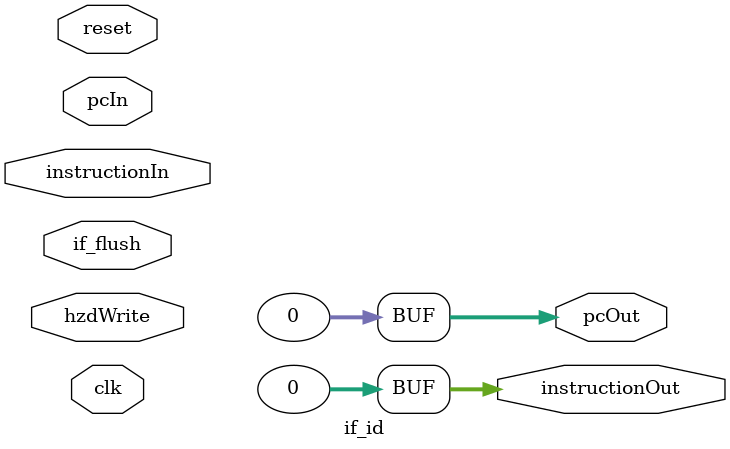
<source format=v>

module if_id (clk, hzdWrite, reset, instructionIn, pcIn, instructionOut, pcOut, if_flush);

    // Input wires;
    input [31:0] pcIn, instructionIn;
    input clk, reset, hzdWrite, if_flush;

    // Output wires;
    output reg [31:0] pcOut, instructionOut;

    // Clearing module registers;
    always @(reset) begin
        pcOut <= 32'b0;
        instructionOut <= 32'b0;
    end

    // Proceed the pipeline when negedge happens.
    always @(negedge clk && hzdWrite) begin

        if (if_flush) begin
            instructionOut <= 32'b0;
            pcOut <= 32'b0;
        end
        else begin
            instructionOut <= instructionIn;
            pcOut <= pcIn;
        end
    end
endmodule

</source>
